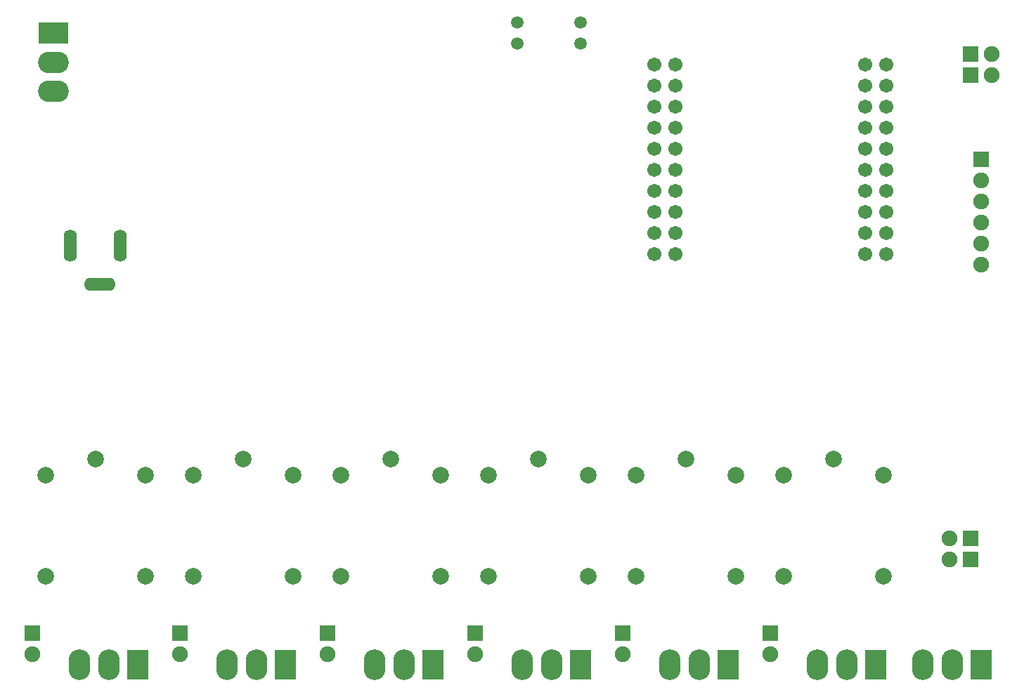
<source format=gbs>
G04 Layer: BottomSolderMaskLayer*
G04 EasyEDA v6.5.37, 2023-10-28 10:51:11*
G04 4880e8b44b5e4911aa04234489c2fc7f,3a0c9916c2a341a084dc3cb5dc78798d,10*
G04 Gerber Generator version 0.2*
G04 Scale: 100 percent, Rotated: No, Reflected: No *
G04 Dimensions in millimeters *
G04 leading zeros omitted , absolute positions ,4 integer and 5 decimal *
%FSLAX45Y45*%
%MOMM*%

%AMMACRO1*1,1,$1,$2,$3*1,1,$1,$4,$5*1,1,$1,0-$2,0-$3*1,1,$1,0-$4,0-$5*20,1,$1,$2,$3,$4,$5,0*20,1,$1,$4,$5,0-$2,0-$3,0*20,1,$1,0-$2,0-$3,0-$4,0-$5,0*20,1,$1,0-$4,0-$5,$2,$3,0*4,1,4,$2,$3,$4,$5,0-$2,0-$3,0-$4,0-$5,$2,$3,0*%
%ADD10O,3.8015926X1.6015970000000002*%
%ADD11O,1.6015970000000002X3.9015924*%
%ADD12C,1.5016*%
%ADD13MACRO1,0.1016X1.2065X-1.75X-1.2065X-1.75*%
%ADD14O,2.6162X3.703193*%
%ADD15MACRO1,0.1016X1.75X1.2065X1.75X-1.2065*%
%ADD16O,3.703193X2.6162*%
%ADD17C,1.9016*%
%ADD18MACRO1,0.1016X0.9X-0.9X-0.9X-0.9*%
%ADD19C,1.7112*%
%ADD20MACRO1,0.1016X0.9X0.9X0.9X-0.9*%
%ADD21MACRO1,0.1016X-0.9X0.9X0.9X0.9*%
%ADD22MACRO1,0.2032X-0.85X0.85X0.85X0.85*%
%ADD23C,1.9032*%
%ADD24C,2.0000*%

%LPD*%
D10*
G01*
X1828037Y16531437D03*
D11*
G01*
X1478026Y16996511D03*
G01*
X2077974Y16996511D03*
D12*
G01*
X6858000Y19685000D03*
G01*
X6858000Y19431000D03*
G01*
X7620000Y19685000D03*
G01*
X7620000Y19431000D03*
D13*
G01*
X12445974Y11937977D03*
D14*
G01*
X12095962Y11937974D03*
G01*
X11745975Y11937974D03*
D15*
G01*
X1269997Y19557961D03*
D16*
G01*
X1270000Y19207937D03*
G01*
X1270000Y18857950D03*
D17*
G01*
X12064974Y13207974D03*
D18*
G01*
X12318974Y13207974D03*
D17*
G01*
X12064974Y13461974D03*
D18*
G01*
X12318974Y13461974D03*
D13*
G01*
X2285994Y11937977D03*
D14*
G01*
X1935988Y11937974D03*
G01*
X1586001Y11937974D03*
D13*
G01*
X4063992Y11937977D03*
D14*
G01*
X3713988Y11937974D03*
G01*
X3364001Y11937974D03*
D13*
G01*
X5841987Y11937977D03*
D14*
G01*
X5491988Y11937974D03*
G01*
X5142001Y11937974D03*
D13*
G01*
X7619984Y11937977D03*
D14*
G01*
X7269962Y11937974D03*
G01*
X6919975Y11937974D03*
D13*
G01*
X9397982Y11937977D03*
D14*
G01*
X9047962Y11937974D03*
G01*
X8697975Y11937974D03*
D13*
G01*
X11175977Y11937977D03*
D14*
G01*
X10825962Y11937974D03*
G01*
X10475975Y11937974D03*
D19*
G01*
X8508974Y16890974D03*
G01*
X8762974Y16890974D03*
G01*
X8508974Y17144974D03*
G01*
X8762974Y17144974D03*
G01*
X8508974Y17398974D03*
G01*
X8762974Y17398974D03*
G01*
X8508974Y17652974D03*
G01*
X8762974Y17652974D03*
G01*
X8508974Y17906974D03*
G01*
X8762974Y17906974D03*
G01*
X8508974Y18160974D03*
G01*
X8762974Y18160974D03*
G01*
X8508974Y18414974D03*
G01*
X8762974Y18414974D03*
G01*
X8508974Y18668974D03*
G01*
X8762974Y18668974D03*
G01*
X8508974Y18922974D03*
G01*
X8762974Y18922974D03*
G01*
X8508974Y19176974D03*
G01*
X8762974Y19176974D03*
G01*
X11302974Y16890974D03*
G01*
X11048974Y16890974D03*
G01*
X11048974Y17144974D03*
G01*
X11048974Y17398974D03*
G01*
X11048974Y17652974D03*
G01*
X11048974Y17906974D03*
G01*
X11048974Y18160974D03*
G01*
X11048974Y18414974D03*
G01*
X11048974Y18668974D03*
G01*
X11048974Y18922974D03*
G01*
X11048974Y19176974D03*
G01*
X11302974Y19176974D03*
G01*
X11302974Y18922974D03*
G01*
X11302974Y18668974D03*
G01*
X11302974Y18414974D03*
G01*
X11302974Y18160974D03*
G01*
X11302974Y17906974D03*
G01*
X11302974Y17652974D03*
G01*
X11302974Y17398974D03*
G01*
X11302974Y17144974D03*
D17*
G01*
X1016000Y12064974D03*
D20*
G01*
X1015997Y12318974D03*
D17*
G01*
X2794000Y12064974D03*
D20*
G01*
X2793994Y12318974D03*
D17*
G01*
X4572000Y12064974D03*
D20*
G01*
X4571989Y12318974D03*
D17*
G01*
X6350000Y12064974D03*
D20*
G01*
X6349987Y12318974D03*
D17*
G01*
X8127974Y12064974D03*
D20*
G01*
X8127984Y12318974D03*
D17*
G01*
X9905974Y12064974D03*
D20*
G01*
X9905979Y12318974D03*
D17*
G01*
X12572974Y19049949D03*
D21*
G01*
X12318974Y19049961D03*
D17*
G01*
X12572974Y19303949D03*
D21*
G01*
X12318974Y19303961D03*
D22*
G01*
X12445975Y18033963D03*
D23*
G01*
X12445974Y17779974D03*
G01*
X12445974Y17525974D03*
G01*
X12445974Y17271974D03*
G01*
X12445974Y17017974D03*
G01*
X12445974Y16763974D03*
D24*
G01*
X1178001Y14225981D03*
G01*
X1778000Y14425980D03*
G01*
X2377998Y14225981D03*
G01*
X2377998Y13005968D03*
G01*
X1178001Y13005968D03*
G01*
X2956001Y14225981D03*
G01*
X3556000Y14425980D03*
G01*
X4155998Y14225981D03*
G01*
X4155998Y13005968D03*
G01*
X2956001Y13005968D03*
G01*
X4734001Y14225981D03*
G01*
X5334000Y14425980D03*
G01*
X5933998Y14225981D03*
G01*
X5933998Y13005968D03*
G01*
X4734001Y13005968D03*
G01*
X6511975Y14225981D03*
G01*
X7111974Y14425980D03*
G01*
X7711973Y14225981D03*
G01*
X7711973Y13005968D03*
G01*
X6511975Y13005968D03*
G01*
X8289975Y14225981D03*
G01*
X8889974Y14425980D03*
G01*
X9489973Y14225981D03*
G01*
X9489973Y13005968D03*
G01*
X8289975Y13005968D03*
G01*
X10067975Y14225981D03*
G01*
X10667974Y14425980D03*
G01*
X11267973Y14225981D03*
G01*
X11267973Y13005968D03*
G01*
X10067975Y13005968D03*
M02*

</source>
